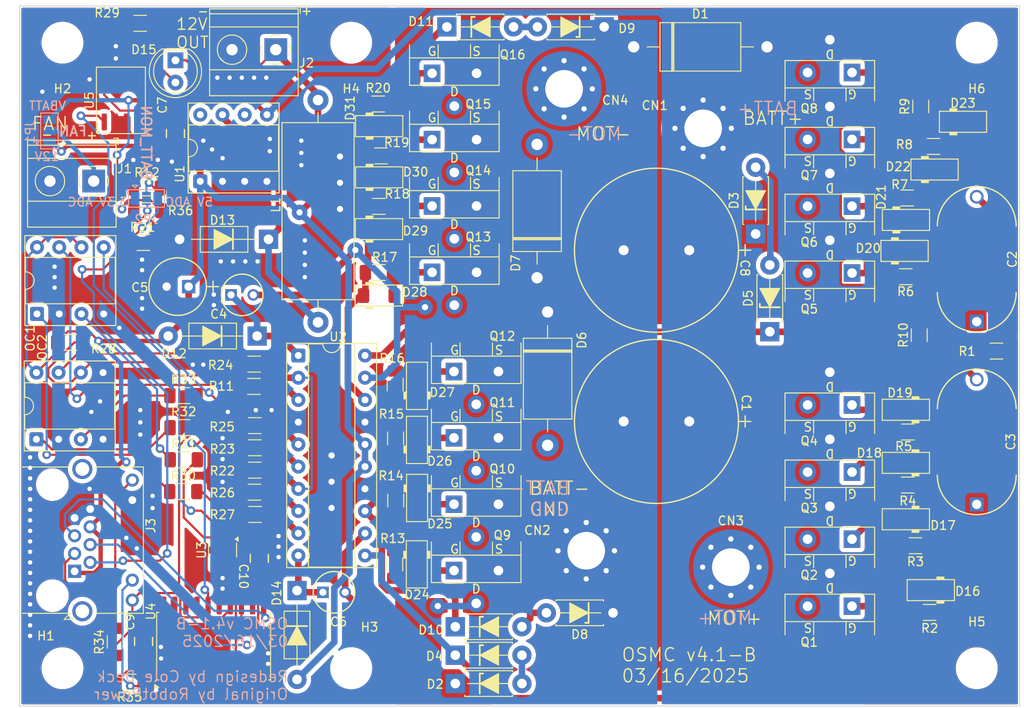
<source format=kicad_pcb>
(kicad_pcb
	(version 20241229)
	(generator "pcbnew")
	(generator_version "9.0")
	(general
		(thickness 1.6)
		(legacy_teardrops no)
	)
	(paper "A4")
	(layers
		(0 "F.Cu" signal)
		(2 "B.Cu" signal)
		(9 "F.Adhes" user "F.Adhesive")
		(11 "B.Adhes" user "B.Adhesive")
		(13 "F.Paste" user)
		(15 "B.Paste" user)
		(5 "F.SilkS" user "F.Silkscreen")
		(7 "B.SilkS" user "B.Silkscreen")
		(1 "F.Mask" user)
		(3 "B.Mask" user)
		(17 "Dwgs.User" user "User.Drawings")
		(19 "Cmts.User" user "User.Comments")
		(21 "Eco1.User" user "User.Eco1")
		(23 "Eco2.User" user "User.Eco2")
		(25 "Edge.Cuts" user)
		(27 "Margin" user)
		(31 "F.CrtYd" user "F.Courtyard")
		(29 "B.CrtYd" user "B.Courtyard")
		(35 "F.Fab" user)
		(33 "B.Fab" user)
		(39 "User.1" user)
		(41 "User.2" user)
		(43 "User.3" user)
		(45 "User.4" user)
		(47 "User.5" user)
		(49 "User.6" user)
		(51 "User.7" user)
		(53 "User.8" user)
		(55 "User.9" user)
	)
	(setup
		(pad_to_mask_clearance 0)
		(allow_soldermask_bridges_in_footprints no)
		(tenting front back)
		(pcbplotparams
			(layerselection 0x00000000_00000000_55555555_5755f5ff)
			(plot_on_all_layers_selection 0x00000000_00000000_00000000_00000000)
			(disableapertmacros no)
			(usegerberextensions no)
			(usegerberattributes yes)
			(usegerberadvancedattributes yes)
			(creategerberjobfile yes)
			(dashed_line_dash_ratio 12.000000)
			(dashed_line_gap_ratio 3.000000)
			(svgprecision 4)
			(plotframeref no)
			(mode 1)
			(useauxorigin no)
			(hpglpennumber 1)
			(hpglpenspeed 20)
			(hpglpendiameter 15.000000)
			(pdf_front_fp_property_popups yes)
			(pdf_back_fp_property_popups yes)
			(pdf_metadata yes)
			(pdf_single_document no)
			(dxfpolygonmode yes)
			(dxfimperialunits yes)
			(dxfusepcbnewfont yes)
			(psnegative no)
			(psa4output no)
			(plot_black_and_white yes)
			(plotinvisibletext no)
			(sketchpadsonfab no)
			(plotpadnumbers no)
			(hidednponfab no)
			(sketchdnponfab yes)
			(crossoutdnponfab yes)
			(subtractmaskfromsilk no)
			(outputformat 1)
			(mirror no)
			(drillshape 1)
			(scaleselection 1)
			(outputdirectory "")
		)
	)
	(net 0 "")
	(net 1 "VBATT")
	(net 2 "GND")
	(net 3 "BHS")
	(net 4 "Net-(C2-Pad2)")
	(net 5 "AHS")
	(net 6 "Net-(C3-Pad2)")
	(net 7 "Net-(D12-K)")
	(net 8 "+12V")
	(net 9 "Net-(D14-K)")
	(net 10 "+5V")
	(net 11 "DISABLE")
	(net 12 "AHI")
	(net 13 "ALI")
	(net 14 "BATT_MON")
	(net 15 "BLI")
	(net 16 "Net-(D2-A)")
	(net 17 "Net-(D3-A)")
	(net 18 "AHO")
	(net 19 "BHO")
	(net 20 "Net-(D10-A)")
	(net 21 "Net-(D11-A)")
	(net 22 "ALO")
	(net 23 "BLO")
	(net 24 "Net-(D13-K)")
	(net 25 "Net-(D15-Pad2)")
	(net 26 "Net-(D16-A)")
	(net 27 "Net-(D17-A)")
	(net 28 "Net-(D18-A)")
	(net 29 "Net-(D19-A)")
	(net 30 "Net-(D20-A)")
	(net 31 "Net-(D21-A)")
	(net 32 "Net-(D22-A)")
	(net 33 "Net-(D23-A)")
	(net 34 "Net-(D24-A)")
	(net 35 "Net-(D25-A)")
	(net 36 "Net-(D26-A)")
	(net 37 "Net-(D27-A)")
	(net 38 "Net-(D28-A)")
	(net 39 "Net-(D29-A)")
	(net 40 "Net-(D30-A)")
	(net 41 "Net-(D31-A)")
	(net 42 "Net-(J1-Pin_1)")
	(net 43 "Net-(U2-HDEL)")
	(net 44 "Net-(U2-LDEL)")
	(net 45 "unconnected-(U1-NC-Pad6)")
	(net 46 "unconnected-(U1-NC-Pad8)")
	(net 47 "DIRECTION")
	(net 48 "ENABLE")
	(net 49 "SPEED")
	(net 50 "Net-(J3-Pad10)")
	(net 51 "EN_IN_LED")
	(net 52 "Net-(J3-Pad12)")
	(net 53 "Net-(OC1-Pad3)")
	(net 54 "Net-(OC1-Pad1)")
	(net 55 "Net-(OC2-Pad1)")
	(net 56 "Net-(OC2-Pad3)")
	(net 57 "Net-(R30-Pad2)")
	(net 58 "Net-(R31-Pad2)")
	(net 59 "EN_IN_B")
	(net 60 "EN_IN_A")
	(net 61 "PWM_IN")
	(net 62 "DIR_IN")
	(net 63 "unconnected-(U4-2Y1-Pad5)")
	(net 64 "unconnected-(U4-2A1-Pad15)")
	(net 65 "unconnected-(U4-2Y0-Pad3)")
	(net 66 "unconnected-(U4-2A0-Pad17)")
	(net 67 "unconnected-(U4-1A3-Pad8)")
	(net 68 "unconnected-(U4-1Y3-Pad12)")
	(net 69 "unconnected-(U5-NC-Pad4)")
	(net 70 "unconnected-(U5-NC-Pad5)")
	(net 71 "Net-(JP2-A)")
	(net 72 "Net-(JP2-B)")
	(footprint "Package_SO_AKL:SOIC-8_3.9x4.9mm_P1.27mm" (layer "F.Cu") (at 113.18 61.59 90))
	(footprint "MountingHole:MountingHole_4.3mm_M4_Pad_Via" (layer "F.Cu") (at 166.365 113.07))
	(footprint "Diode_THT_AKL:D_DO-41_SOD81_P10.16mm_Horizontal" (layer "F.Cu") (at 130.05 77.475 180))
	(footprint "C4,6:CAP_T350B_4p5X4p5-2p54_KEM" (layer "F.Cu") (at 127.04 83.83))
	(footprint "TO220-3-Staggered:TO-220-3_Vertical_GDS_Staggered" (layer "F.Cu") (at 151.25 115.3375))
	(footprint "Resistor_SMD:R_1206_3216Metric_Pad1.30x1.75mm_HandSolder" (layer "F.Cu") (at 142.66 73.71))
	(footprint "Package_DIP:DIP-20_W7.62mm_Socket" (layer "F.Cu") (at 133.46 90.755))
	(footprint "TO220-3-Staggered:TO-220-3_Vertical_GDS_Staggered" (layer "F.Cu") (at 196.75 58.4125 180))
	(footprint "MountingHole:MountingHole_4.3mm_M4" (layer "F.Cu") (at 106.5 126.5))
	(footprint "Resistor_SMD:R_1206_3216Metric_Pad1.30x1.75mm_HandSolder" (layer "F.Cu") (at 203.125 99.5 180))
	(footprint "Resistor_SMD:R_1206_3216Metric_Pad1.30x1.75mm_HandSolder" (layer "F.Cu") (at 115.75 77.84 180))
	(footprint "Resistor_SMD:R_1206_3216Metric_Pad1.30x1.75mm_HandSolder" (layer "F.Cu") (at 114.18 128.09))
	(footprint "TO220-3-Staggered:TO-220-3_Vertical_GDS_Staggered" (layer "F.Cu") (at 148.75 58.5))
	(footprint "Diode_SMD_AKL:D_MiniMELF" (layer "F.Cu") (at 202.75 78.8))
	(footprint "Resistor_SMD:R_1206_3216Metric_Pad1.30x1.75mm_HandSolder" (layer "F.Cu") (at 116.2 74.2))
	(footprint "Inductor_THT:L_Axial_L20.0mm_D8.0mm_P25.40mm_Horizontal" (layer "F.Cu") (at 135.71 86.96 90))
	(footprint "Package_DIP:DIP-8_W7.62mm_Socket" (layer "F.Cu") (at 103.59 86 90))
	(footprint "Resistor_SMD:R_1206_3216Metric_Pad1.30x1.75mm_HandSolder" (layer "F.Cu") (at 120.37 102.67))
	(footprint "TSOP-6-WidePads:TSOP-6_1.65x3.05mm_P0.95mm" (layer "F.Cu") (at 124.8 113 -90))
	(footprint "TO220-3-Staggered:TO-220-3_Vertical_GDS_Staggered" (layer "F.Cu") (at 196.75 96.4125 180))
	(footprint "TO220-3-Staggered:TO-220-3_Vertical_GDS_Staggered" (layer "F.Cu") (at 196.75 73.6908 180))
	(footprint "Diode_THT:D_DO-201AE_P15.24mm_Horizontal" (layer "F.Cu") (at 161.95 85.78 -90))
	(footprint "Diode_THT_AKL:D_DO-41_SOD81_P7.62mm_Horizontal_Zener" (layer "F.Cu") (at 185.73 76.86 90))
	(footprint "Diode_SMD_AKL:D_MiniMELF" (layer "F.Cu") (at 142.7 70.39))
	(footprint "MountingHole:MountingHole_4.3mm_M4_Pad_Via" (layer "F.Cu") (at 179.73 64.79))
	(footprint "Resistor_SMD:R_1206_3216Metric_Pad1.30x1.75mm_HandSolder" (layer "F.Cu") (at 206.06 66.86))
	(footprint "Package_DIP:DIP-8_W7.62mm_Socket" (layer "F.Cu") (at 103.52 100.33 90))
	(footprint "Resistor_SMD:R_1206_3216Metric_Pad1.30x1.75mm_HandSolder" (layer "F.Cu") (at 144.575 100.225 90))
	(footprint "Diode_THT_AKL:D_DO-41_SOD81_P7.62mm_Horizontal_Zener" (layer "F.Cu") (at 151.4 121.76))
	(footprint "TerminalBlock_Phoenix:TerminalBlock_Phoenix_MKDS-1,5-2_1x02_P5.00mm_Horizontal" (layer "F.Cu") (at 130.88 55.8 180))
	(footprint "Resistor_SMD:R_1206_3216Metric_Pad1.30x1.75mm_HandSolder" (layer "F.Cu") (at 144.59 107.33 -90))
	(footprint "TO220-3-Staggered:TO-220-3_Vertical_GDS_Staggered" (layer "F.Cu") (at 196.75 104.0792 180))
	(footprint "C2,3:CAP_225P_WA_0.70X0.40X0.55_CND_NARROW" (layer "F.Cu") (at 211 107.7748 90))
	(footprint "Diode_SMD_AKL:D_MiniMELF" (layer "F.Cu") (at 209.43 64.04))
	(footprint "Diode_THT:D_DO-201AE_P15.24mm_Horizontal" (layer "F.Cu") (at 160.75 81.87 90))
	(footprint "Diode_THT_AKL:D_DO-41_SOD81_P7.62mm_Horizontal_Zener"
		(layer "F.Cu")
		(uuid "58472cec-d506-4fe3-8fcf-c5fe0e4a81ab")
		(at 187.35 88.035 90)
		(descr "Diode, DO-41_SOD81 series, Axial, Horizontal, pin pitch=7.62mm, , length*diameter=5.2*2.7mm^2, , http://www.diodes.com/_files/packages/DO-41%20(Plastic).pdf, Alternate KiCad Library")
		(tags "Diode DO-41_SOD81 series Axial Horizontal pin pitch 7.62mm  length 5.2mm diameter 2.7mm")
		(property "Reference" "D5"
			(at 3.81 -2.47 90)
			(layer "F.SilkS")
			(uuid "39e06140-dc68-4240-945e-345e6c1cdd4b")
			(effects
				(font
					(size 1 1)
					(thickness 0.15)
				)
			)
		)
		(property "Value" "1N4744A"
			(at 3.81 2.47 90)
			(layer "F.Fab")
			(hide yes)
			(uuid "1c14c7c4-664c-4215-90fe-38bb3efb9edf")
			(effects
				(font
					(size 1 1)
					(thickness 0.15)
				)
			)
		)
		(property "Datasheet" "https://www.tme.eu/Document/0ec771a1264cb7f2aef89c89242989dc/1N47xxA.PDF"
			(at 0 0 90)
			(layer "F.Fab")
			(hide yes)
			(uuid "bca217df-ac34-42b6-a4fb-39c9661b0ea4")
			(effects
				(font
					(size 1.27 1.27)
					(thickness 0.15)
				)
			)
		)
		(property "Description" ""
			(at 0 0 90)
			(layer "F.Fab")
			(hide yes)
			(uuid "04235d44-1e30-4d3c-99c7-14cf9f468ea3")
			(effects
				(font
					(size 1.27 1.27)
					(thickness 0.15)
				)
			)
		)
		(property ki_fp_filters "TO-???* *_Diode_* *SingleDiode* D_*")
		(path "/7be6520d-f51a-4fd8-9c67-08088ae0b068")
		(sheetname "/")
		(sheetfile "OSMC-v4.0.kicad_sch")
		(attr through_hole)
		(fp_line
			(start 6.53 -1.47)
			(end 6.53 -1.34)
			(stroke
				(width 0.12)
				(type solid)
			)
			(layer "F.SilkS")
			(uuid "faa6c83e-3e4d-4872-82ce-1bec2f2ab851")
		)
		(fp_line
			(start 1.09 -1.47)
			(end 6.53 -1.47)
			(stroke
				(width 0.12)
				(type solid)
			)
			(layer "F.SilkS")
			(uuid "84f24a7f-5ec9-463e-94ed-6e9b6033df26")
		)
		(fp_line
			(start 1.09 -1.34)
			(end 1.09 -1.47)
			(stroke
				(width 0.12)
				(type solid)
			)
			(layer "F.SilkS")
			(uuid "fa5aef11-b55c-4bb5-9736-9b253bb315af")
		)
		(fp_line
			(start 2.794 -1.143)
			(end 3.175 -1.143)
			(stroke
				(width 0.2)
				(type solid)
			)
			(layer "F.SilkS")
			(uuid "f8806de3-3ea4-41e0-bbef-a929909c69c4")
		)
		(fp_line
			(start 2.794 -1.143)
			(end 2.794 1.143)
			(stroke
				(width 0.2)
				(type solid)
			)
			(layer "F.SilkS")
			(uuid "214fa0bf-1540-47cb-87eb-a2b75fc6425c")
		)
		(fp_line
			(start 4.953 0)
			(end 6.223 0)
			(stroke
				(width 0.12)
				(type solid)
			)
			(layer "F.SilkS")
			(uuid "13862226-9240-448f-9b4d-5f9e2dee8704")
		)
		(fp_line
			(start 2.794 0)
			(end 1.397 0)
			(stroke
				(width 0.12)
				(type solid)
			)
			(layer "F.SilkS")
			(uuid "1af6733c-df08-41f2-9fe9-9dbe41a4805c")
		)
		(fp_line
			(start 1.09 1.34)
			(end 1.09 1.47)
			(stroke
				(width 0.12)
				(type solid)
			)
			(layer "F.SilkS")
			(uuid "699e7aa1-5277-40df-89ea-4c83ff8f48a6")
		)
		(fp_line
			(start 6.53 1.47)
			(end 6.53 1.34)
			(stroke
				(width 0.12)
				(type solid)
			)
			(layer "F.SilkS")
			(uuid "9dbb506c-b9b7-4e60-9706-083f7f62fc3b")
		)
		(fp_line
			(start 1.09 1.47)
			(end 6.53 1.47)
			(stroke
				(width 0.12)
				(type solid)
			)
			(layer "F.SilkS")
			(uuid "611a6135-c211-48b0-bb18-24f6727bafcd")
		)
		(fp_poly
			(pts
				(xy 4.953 1.143) (xy 2.794 0) (xy 4.953 -1.143)
			)
			(stroke
				(width 0.1)
				(type solid)
			)
			(fill yes)
			(layer "F.SilkS")
			(uuid "020f0977-b241-411a-83a0-05e059fcb28e")
		)
		(fp_line
			(start 8.97 -1.6)
			(end -1.35 -1.6)
			(stroke
				(width 0.05)
				(type solid)
			)
			(layer "F.CrtYd")
			(uuid "55fc8ebe-6e9b-47b1-a9f2-45e0714e48c2")
		)
		(fp_line
			(start -1.35 -1.6)
			(end -1.35 1.6)
			(stroke
				(width 0.05)
				(type solid)
			)
			(layer "F.CrtYd")
			(uuid "5f135d9f-1ae5-47ad-a550-e7358987da89")
		)
		(fp_line
			(start 8.97 1.6)
			(end 8.97 -1.6)
			(stroke
				(width 0.05)
				(type solid)
			)
			(layer "F.CrtYd")
			(uuid "ed361f78-7e77-4d9c-b686-d073685c7fe5")
		)
		(fp_line
			(start -1.35 1.6)
			(end 8.97 1.6)
			(stroke
				(width 0.05)
				(type solid)
			)
			(layer "F.CrtYd")
			(uuid "a8fac25d-04ca-4e69-96d1-841d70fdc09b")
		)
		(fp_line
			(start 6.41 -1.35)
			(end 1.21 -1.35)
			(stroke
				(width 0.1)
				(type solid)
			)
			(layer "F.Fab")
			(uuid "5723ea41-f1a6-4b41-b95a-1a50f6f70320")
		)
		(fp_line
			(start 2.09 -1.35)
			(end 2.09 1.35)
			(stroke
				(width 0.1)
				(type solid)
			)
			(layer "F.Fab")
			(uuid "aee66f7a-6f6e-4f86-bffc-551d1eacf651")
		)
		(fp_line
			(start 1.99 -1.35)
			(end 1.99 1.35)
			(stroke
				(width 0.1)
				(type solid)
			)
			(layer "F.Fab")
			(uuid "341387fc-274e-481a-bebb-8e8623b944c2")
		)
		(fp_line
			(start 1.89 -1.35)
			(end 1.89 1.35)
			(stroke
				(width 0.1)
				(type solid)
			)
			(layer "F.Fab")
			(uuid "e3fad299-b8aa-48d9-91c6-5fe32e368833")
		)
		(fp_line
			(start 1.21 -1.35)
			(end 1.21 1.35)
			(stroke
				(width 0.1)
				(type solid)
			)
			(layer "F.Fab")
			(uuid "a3525058-5ba1-4447-8225-53e1ac7e76f6")
		)
		(fp_line
			(start 7.62 0)
			(end 6.41 0)
			(stroke
				(width 0.1)
				(type solid)
			)
			(layer "F.Fab")
			(uuid "7464564c-4cdf-409b-a84a-e11134b4edf3")
		)
		(fp_line
			(start 0 0)
			(end 1.21 0)
			(stroke
				(width 0.1)
				(type solid)
			)
			(layer "F.Fab")
			(uuid "1c718f81-8edb-4996-b194-7caabbe02dd9")
		)
		(fp_line
			(start 6.41 1.35)
			(end 6.41 -1.35)
			(stroke
				(width 0.1)
				(type solid)
			)
			(layer "F.Fab")
			(uuid "57975c76-21ae-413e-8f94-922a7f8c9f8c")
		)
		(fp_line
			(start 1.21 1.35)
			(end 6.41 1.35)
			(stroke
				(width 0.1)
				(type solid)
			)
			(layer "F.Fab")
			(uuid "85b2f49f-0308-4e1c-803e-714a310b8100")
		)
		(fp_text user "K"
			(at 0 -2.1 90)
			(layer "F.Fab")
			(uuid "23918364-c843-4581-a4ea-d2fc7f15e956")
			(effects
				(font
					(size 1 1)
					(thickness 0.15)
				)
			)
		)
		(fp_text user "${REFERENCE}"
			(at 4.2 0 90)
			(layer "F.Fab")
			(uuid "e9db42e6-8990-444f-9d3c-90b4d6def905")
			(effects
				(font
					(size 1 1)
					(thickness 0.15)
				)
			)
		)
		(pad "1" thru_hole rect
			(at 0 0 90)
			(size 2.2 2.2)
			(drill 1.1)
			(layers "*.Cu" "*.Mask")
			(remove_unused_layers no)
			(net 19 "BHO")
			(pinfunction "K")
			(pintype "passive")
			(uuid "04da72ab-d63b-439c-a42d-31405409e6d4")
		)
		(pad "2" thru_hole ov
... [1041468 chars truncated]
</source>
